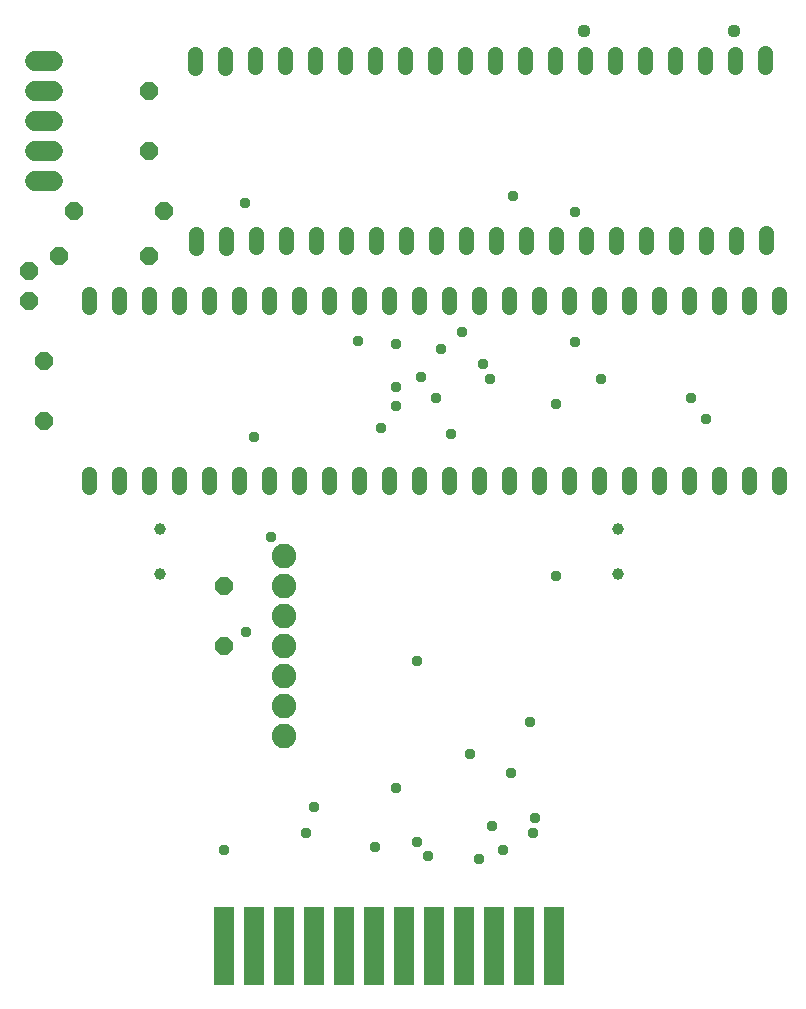
<source format=gbr>
G04 EAGLE Gerber X2 export*
%TF.Part,Single*%
%TF.FileFunction,Soldermask,Top,1*%
%TF.FilePolarity,Negative*%
%TF.GenerationSoftware,Autodesk,EAGLE,8.7.1*%
%TF.CreationDate,2021-04-04T20:08:03Z*%
G75*
%MOMM*%
%FSLAX34Y34*%
%LPD*%
%AMOC8*
5,1,8,0,0,1.08239X$1,22.5*%
G01*
%ADD10C,1.311200*%
%ADD11C,2.082800*%
%ADD12R,1.727200X6.680200*%
%ADD13C,1.003200*%
%ADD14P,1.649562X8X112.500000*%
%ADD15C,1.711200*%
%ADD16P,1.649562X8X22.500000*%
%ADD17P,1.649562X8X292.500000*%
%ADD18P,1.649562X8X202.500000*%
%ADD19C,0.959600*%
%ADD20C,1.109600*%


D10*
X204613Y629039D02*
X204594Y640119D01*
X229994Y640163D02*
X230013Y629083D01*
X255413Y629128D02*
X255394Y640208D01*
X280794Y640252D02*
X280813Y629172D01*
X306213Y629216D02*
X306194Y640296D01*
X331594Y640341D02*
X331613Y629261D01*
X357013Y629305D02*
X356993Y640385D01*
X382393Y640429D02*
X382413Y629349D01*
X407813Y629394D02*
X407793Y640474D01*
X433193Y640518D02*
X433213Y629438D01*
X458613Y629482D02*
X458593Y640562D01*
X483993Y640607D02*
X484013Y629527D01*
X509413Y629571D02*
X509393Y640651D01*
X534793Y640695D02*
X534813Y629615D01*
X560212Y629660D02*
X560193Y640740D01*
X585593Y640784D02*
X585612Y629704D01*
X611012Y629748D02*
X610993Y640828D01*
X636393Y640873D02*
X636412Y629793D01*
X661812Y629837D02*
X661793Y640917D01*
X687193Y640961D02*
X687212Y629881D01*
X686946Y782281D02*
X686927Y793361D01*
X661527Y793317D02*
X661546Y782237D01*
X636146Y782192D02*
X636127Y793272D01*
X610727Y793228D02*
X610746Y782148D01*
X585346Y782104D02*
X585327Y793184D01*
X559927Y793139D02*
X559946Y782059D01*
X534547Y782015D02*
X534527Y793095D01*
X509127Y793051D02*
X509147Y781971D01*
X483747Y781926D02*
X483727Y793006D01*
X458327Y792962D02*
X458347Y781882D01*
X432947Y781838D02*
X432927Y792918D01*
X407527Y792873D02*
X407547Y781793D01*
X382147Y781749D02*
X382127Y792829D01*
X356727Y792785D02*
X356747Y781705D01*
X331347Y781660D02*
X331328Y792740D01*
X305928Y792696D02*
X305947Y781616D01*
X280547Y781572D02*
X280528Y792652D01*
X255128Y792607D02*
X255147Y781527D01*
X229747Y781483D02*
X229728Y792563D01*
X204328Y792519D02*
X204347Y781439D01*
X114300Y437340D02*
X114300Y426260D01*
X139700Y426260D02*
X139700Y437340D01*
X165100Y437340D02*
X165100Y426260D01*
X190500Y426260D02*
X190500Y437340D01*
X215900Y437340D02*
X215900Y426260D01*
X241300Y426260D02*
X241300Y437340D01*
X266700Y437340D02*
X266700Y426260D01*
X292100Y426260D02*
X292100Y437340D01*
X317500Y437340D02*
X317500Y426260D01*
X342900Y426260D02*
X342900Y437340D01*
X368300Y437340D02*
X368300Y426260D01*
X393700Y426260D02*
X393700Y437340D01*
X419100Y437340D02*
X419100Y426260D01*
X444500Y426260D02*
X444500Y437340D01*
X469900Y437340D02*
X469900Y426260D01*
X495300Y426260D02*
X495300Y437340D01*
X520700Y437340D02*
X520700Y426260D01*
X546100Y426260D02*
X546100Y437340D01*
X571500Y437340D02*
X571500Y426260D01*
X596900Y426260D02*
X596900Y437340D01*
X622300Y437340D02*
X622300Y426260D01*
X647700Y426260D02*
X647700Y437340D01*
X673100Y437340D02*
X673100Y426260D01*
X698500Y426260D02*
X698500Y437340D01*
X698500Y578660D02*
X698500Y589740D01*
X673100Y589740D02*
X673100Y578660D01*
X647700Y578660D02*
X647700Y589740D01*
X622300Y589740D02*
X622300Y578660D01*
X596900Y578660D02*
X596900Y589740D01*
X571500Y589740D02*
X571500Y578660D01*
X546100Y578660D02*
X546100Y589740D01*
X520700Y589740D02*
X520700Y578660D01*
X495300Y578660D02*
X495300Y589740D01*
X469900Y589740D02*
X469900Y578660D01*
X444500Y578660D02*
X444500Y589740D01*
X419100Y589740D02*
X419100Y578660D01*
X393700Y578660D02*
X393700Y589740D01*
X368300Y589740D02*
X368300Y578660D01*
X342900Y578660D02*
X342900Y589740D01*
X317500Y589740D02*
X317500Y578660D01*
X292100Y578660D02*
X292100Y589740D01*
X266700Y589740D02*
X266700Y578660D01*
X241300Y578660D02*
X241300Y589740D01*
X215900Y589740D02*
X215900Y578660D01*
X190500Y578660D02*
X190500Y589740D01*
X165100Y589740D02*
X165100Y578660D01*
X139700Y578660D02*
X139700Y589740D01*
X114300Y589740D02*
X114300Y578660D01*
D11*
X279400Y368300D03*
X279400Y342900D03*
X279400Y317500D03*
X279400Y292100D03*
X279400Y266700D03*
X279400Y241300D03*
X279400Y215900D03*
D12*
X228600Y38100D03*
X254000Y38100D03*
X279400Y38100D03*
X304800Y38100D03*
X330200Y38100D03*
X355600Y38100D03*
X381000Y38100D03*
X406400Y38100D03*
X431800Y38100D03*
X457200Y38100D03*
X482600Y38100D03*
X508000Y38100D03*
D13*
X561975Y390525D03*
X561975Y352425D03*
X174625Y390525D03*
X174625Y352425D03*
D14*
X63500Y584200D03*
X63500Y609600D03*
D15*
X68660Y685800D02*
X83740Y685800D01*
X83740Y711200D02*
X68660Y711200D01*
X68660Y736600D02*
X83740Y736600D01*
X83740Y762000D02*
X68660Y762000D01*
X68660Y787400D02*
X83740Y787400D01*
D14*
X165100Y711200D03*
X165100Y762000D03*
D16*
X88900Y622300D03*
X165100Y622300D03*
D17*
X76200Y533400D03*
X76200Y482600D03*
D18*
X177800Y660400D03*
X101600Y660400D03*
D17*
X228600Y342900D03*
X228600Y292100D03*
D19*
X228600Y119063D03*
X465138Y119063D03*
X525463Y658813D03*
X525463Y549275D03*
X547688Y517525D03*
X636588Y484188D03*
X395288Y519113D03*
X420688Y471488D03*
X473075Y673100D03*
X374650Y495300D03*
X374650Y511175D03*
X374650Y547688D03*
X341948Y550228D03*
X407988Y501650D03*
X412750Y542925D03*
X447675Y530225D03*
X436563Y200025D03*
X471488Y184150D03*
X430213Y557213D03*
X444500Y111125D03*
X490538Y133350D03*
X247650Y303848D03*
X392113Y279400D03*
X392113Y125413D03*
X487363Y227013D03*
X374650Y171450D03*
X356235Y121920D03*
X246063Y666750D03*
X454025Y517525D03*
X455613Y139700D03*
X492125Y146050D03*
X361950Y476250D03*
X298450Y133350D03*
X509588Y496888D03*
X509588Y350838D03*
X623888Y501650D03*
X254000Y468313D03*
X268288Y384175D03*
X304800Y155575D03*
X401638Y114300D03*
D20*
X533400Y812800D03*
X660400Y812800D03*
M02*

</source>
